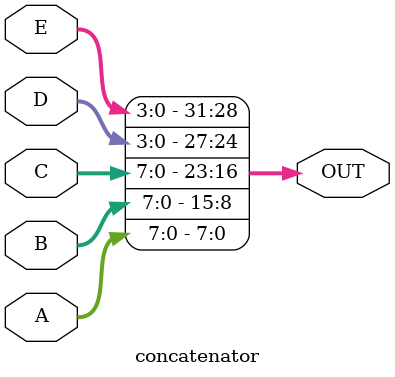
<source format=v>
module concatenator(input [7:0] A,
                    input [7:0] B,
                    input [7:0] C,
                    input [3:0] D,
                    input [3:0] E,
                    output [31:0] OUT);
    assign OUT = {E,D,C,B,A};
endmodule
</source>
